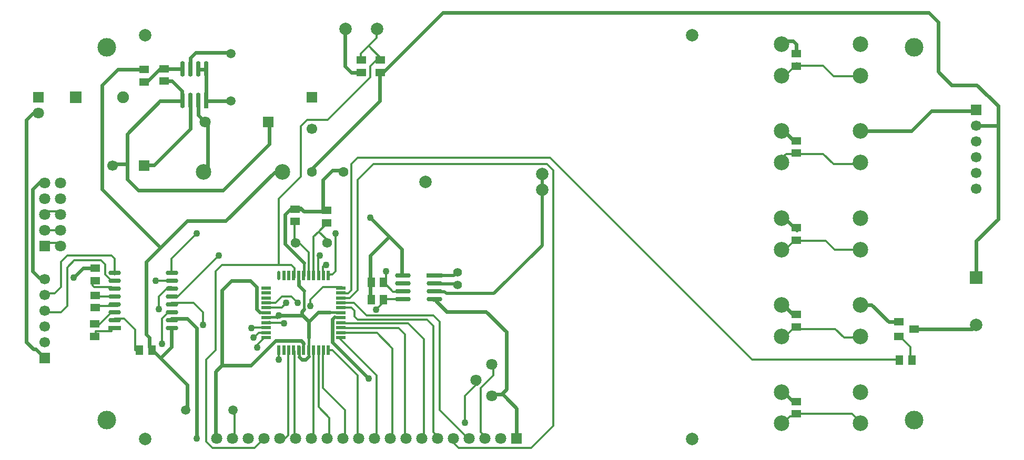
<source format=gbl>
%FSTAX23Y23*%
%MOIN*%
%SFA1B1*%

%IPPOS*%
%ADD10C,0.013701*%
%ADD11C,0.023583*%
%ADD12C,0.013780*%
%ADD13C,0.023622*%
%ADD14C,0.078740*%
%ADD15C,0.098425*%
%ADD16C,0.070866*%
%ADD17R,0.070866X0.070866*%
%ADD18C,0.118110*%
%ADD19R,0.066929X0.066929*%
%ADD20C,0.066929*%
%ADD21C,0.062992*%
%ADD22R,0.074803X0.074803*%
%ADD23C,0.074803*%
%ADD24R,0.066929X0.066929*%
%ADD25R,0.070866X0.070866*%
%ADD26R,0.078740X0.078740*%
%ADD27C,0.059055*%
%ADD28C,0.055118*%
%ADD29C,0.062008*%
%ADD30C,0.043307*%
%ADD31C,0.043307*%
%ADD32R,0.062992X0.051181*%
%ADD33R,0.051181X0.062992*%
%ADD34R,0.062992X0.047244*%
%ADD35O,0.029527X0.098425*%
%ADD36R,0.029527X0.098425*%
%ADD37O,0.098425X0.029527*%
%ADD38R,0.098425X0.029527*%
%ADD39R,0.019685X0.059055*%
%ADD40R,0.059055X0.019685*%
%ADD41O,0.019685X0.059055*%
%ADD42O,0.078740X0.029527*%
%ADD43R,0.078740X0.029527*%
%ADD44C,0.015000*%
%ADD45C,0.019685*%
%LNkradac270315-1*%
%LPD*%
G54D10*
X0437Y02244D02*
X04375D01*
Y02262*
X04269Y02183D02*
X04277D01*
X04364Y01141D02*
X0437D01*
X04364D02*
Y01142D01*
X04269Y01081D02*
X04277D01*
X04777D02*
D01*
Y01082*
X0437Y00039D02*
X04375D01*
Y00022D02*
Y00039D01*
X04329Y00022D02*
X04375D01*
X04289Y-00017D02*
X04329Y00022D01*
X04277Y-00017D02*
X04289D01*
X04277Y-00021D02*
Y-00017D01*
X01185Y00444D02*
D01*
Y00442D02*
Y00444D01*
Y00442D02*
X01185D01*
X01189Y00438*
Y-00118D02*
Y00438D01*
Y-00118D02*
X01198D01*
X01098D02*
Y-00117D01*
X01129*
X01149Y-00097*
Y00442*
X01153*
Y00444*
X01469Y00618D02*
X01484D01*
X01469Y00614D02*
Y00618D01*
Y00614D02*
X01909D01*
X02009Y00514*
Y-00118D02*
Y00514D01*
X01998Y-00118D02*
X02009D01*
X01469Y00586D02*
X01484D01*
X01469Y00582D02*
Y00586D01*
Y00582D02*
X01849D01*
X01889Y00542*
Y-00118D02*
Y00542D01*
Y-00118D02*
X01898D01*
X01405Y00442D02*
Y00444D01*
Y00442D02*
X01429D01*
X01589Y00282*
Y-00118D02*
Y00282D01*
Y-00118D02*
X01598D01*
X01374Y00442D02*
Y00444D01*
X01369Y00442D02*
X01374D01*
X01369Y00202D02*
Y00442D01*
Y00202D02*
X01509Y00062D01*
Y-00118D02*
Y00062D01*
X01498Y-00118D02*
X01509D01*
X01342Y00444D02*
D01*
X01342D01*
Y00082D02*
Y00444D01*
Y00082D02*
X01409Y00015D01*
Y-00118D02*
Y00015D01*
X01398Y-00118D02*
X01409D01*
X01311Y00462D02*
Y00444D01*
X01309Y00462D02*
X01311D01*
X01309Y-00097D02*
Y00462D01*
X01289Y-00117D02*
X01309Y-00097D01*
X01289Y-00118D02*
Y-00117D01*
Y-00118D02*
X01298D01*
X01469Y00712D02*
X01484D01*
X01469Y00712D02*
Y00712D01*
Y00712D02*
X01549D01*
X01569Y00692*
Y00658D02*
Y00692D01*
Y00658D02*
X01589Y00638D01*
X02029*
X02069Y00598*
Y-00077D02*
Y00598D01*
Y-00077D02*
X02109Y-00117D01*
Y-00118D02*
Y-00117D01*
X02098Y-00118D02*
X02109D01*
X01469Y00523D02*
X01484D01*
X01469Y00522D02*
Y00523D01*
Y00522D02*
X01709Y00282D01*
Y-00097D02*
Y00282D01*
X01689Y-00117D02*
X01709Y-00097D01*
X01689Y-00118D02*
Y-00117D01*
Y-00118D02*
X01698D01*
X02759Y01561D02*
D01*
X02769*
X00029Y00682D02*
X00051D01*
X00029Y00682D02*
Y00682D01*
X-0005Y00602D02*
X00029Y00682D01*
X-0007Y00602D02*
X-0005D01*
X-0007D02*
Y0061D01*
X-00078D02*
X-0007D01*
X00029Y00582D02*
X00051D01*
X00029Y00562D02*
Y00582D01*
X-0007Y00562D02*
X00029D01*
X-0007Y00531D02*
Y00562D01*
X-00078Y00531D02*
X-0007D01*
X00413Y00682D02*
D01*
Y00682D02*
Y00682D01*
X00389Y00682D02*
X00413D01*
X00349Y00642D02*
X00389Y00682D01*
X00349Y00482D02*
Y00642D01*
X008Y00062D02*
D01*
X00789D02*
X008D01*
X00789D02*
Y00082D01*
X00799*
X00809Y00072*
Y-00118D02*
Y00072D01*
X00798Y-00118D02*
X00809D01*
X00236Y02145D02*
X00242D01*
Y02142D02*
Y02145D01*
X00479Y02222D02*
Y02227D01*
X05102Y00381D02*
Y00382D01*
X00629Y02222D02*
Y02227D01*
X00787Y02022D02*
D01*
Y02022D02*
Y02022D01*
X00579Y02222D02*
Y02227D01*
X00609Y01562D02*
X00614D01*
X00787Y02322D02*
X00789Y02322D01*
X00529Y02262D02*
D01*
X02224Y00937D02*
D01*
Y00942D01*
X02069Y00917D02*
X02078D01*
X00051Y00732D02*
X00069D01*
Y00722D02*
Y00732D01*
X-0007Y00722D02*
X00069D01*
X-0009Y00702D02*
Y00712D01*
X00051Y00782D02*
X00069D01*
Y00782D02*
Y00782D01*
X-0009Y00782D02*
X00069D01*
X-0009D02*
Y00791D01*
X-00074*
X00409Y00732D02*
X00413D01*
X00409D02*
Y00742D01*
X00549*
X00609Y00682*
Y00602D02*
Y00682D01*
X02224Y00858D02*
D01*
Y00842D02*
X02224D01*
X02229Y00847*
Y00852*
X02069Y00862D02*
Y00867D01*
X02078*
X-00293Y01202D02*
D01*
Y01202D02*
Y01202D01*
X-0039Y01202D02*
X-00293D01*
X-0039D02*
Y01202D01*
X-00393D02*
X-0039D01*
X01869Y00817D02*
X01878D01*
X01011Y00712D02*
D01*
Y00713*
X01109*
X01138Y00742*
X01769Y00882D02*
Y00942D01*
X01878Y00767D02*
X01889D01*
Y00762D02*
Y00767D01*
X-00293Y01102D02*
Y01102D01*
Y01102D02*
X-0029D01*
X-0031Y01122D02*
X-0029Y01102D01*
X-00393Y01122D02*
X-0031D01*
X-00393Y01102D02*
Y01122D01*
X-00293Y01302D02*
Y01322D01*
X-0039D02*
X-00293D01*
X-0039Y01302D02*
Y01322D01*
X-00393Y01302D02*
X-0039D01*
X00309Y00882D02*
X00409D01*
Y00882*
X00413*
X01169Y00782D02*
X01209Y00742D01*
X01109Y00782D02*
X01169D01*
X01069Y00742D02*
X01109Y00782D01*
X01009Y00742D02*
X01069D01*
X01009D02*
Y00744D01*
X01011*
X0244Y00354D02*
X02449D01*
Y00282D02*
Y00354D01*
X02369Y00202D02*
X02449Y00282D01*
X02369Y-00077D02*
Y00202D01*
Y-00077D02*
X02409Y-00117D01*
Y-00118D02*
Y-00117D01*
X02398Y-00118D02*
X02409D01*
X01389Y01251D02*
X01393D01*
X01389Y01242D02*
Y01251D01*
X01309Y00902D02*
Y01162D01*
Y00902D02*
X01311D01*
Y00917*
X01396Y01142D02*
D01*
Y01125D02*
Y01142D01*
X01196Y01125D02*
Y01132D01*
X01279Y00902D02*
Y01062D01*
X01279Y00902D02*
X01279D01*
X01279D02*
Y00917D01*
X01189Y01259D02*
X01192D01*
X01189Y01152D02*
Y01259D01*
X02269Y-00017D02*
Y00152D01*
X02339Y00222*
X02349*
Y00254*
X0234D02*
X02349D01*
X01484Y00838D02*
X01489D01*
Y00842*
X01369D02*
X01489D01*
X01289Y00762D02*
X01369Y00842D01*
X01289Y00722D02*
Y00762D01*
X01374Y00902D02*
Y00917D01*
X01369Y00902D02*
X01374D01*
X01369D02*
Y00972D01*
X01379Y00982*
X01389*
X00409Y00832D02*
X00413D01*
X00409D02*
Y00842D01*
X00389D02*
X00409D01*
X00329Y00782D02*
X00389Y00842D01*
X00329Y00702D02*
Y00782D01*
X00409Y00932D02*
X00413D01*
X00409D02*
Y01022D01*
X00569Y01182*
X01449Y00942D02*
Y01182D01*
X01429Y00922D02*
X01449Y00942D01*
X01409Y00922D02*
X01429D01*
X01409Y00917D02*
Y00922D01*
X01405Y00917D02*
X01409D01*
X00409Y00782D02*
X00449D01*
X00409D02*
Y00782D01*
X00413*
X01342Y00922D02*
Y00917D01*
X01339Y00922D02*
X01342D01*
X01339D02*
Y01042D01*
X01349*
X02198Y-00118D02*
Y-00117D01*
X02189D02*
X02198D01*
X02189Y-00137D02*
Y-00117D01*
Y-00137D02*
X02229Y-00177D01*
X02689*
X02829Y-00037*
Y01582*
X02789Y01622D02*
X02829Y01582D01*
X01689Y01622D02*
X02789D01*
X01589Y01522D02*
X01689Y01622D01*
X01589Y00822D02*
Y01522D01*
X01539Y00772D02*
X01589Y00822D01*
X01489Y00772D02*
X01539D01*
X01489D02*
Y00775D01*
X01484D02*
X01489D01*
X01709Y0248D02*
X01714D01*
X01709Y02422D02*
Y0248D01*
X01749Y02282D02*
Y02283D01*
X01609D02*
Y02322D01*
Y02283D02*
X01614D01*
X01185Y00902D02*
Y00917D01*
Y00902D02*
X01189D01*
Y00962*
X01169Y00982D02*
X01189Y00962D01*
X01089Y01402D02*
X01229Y01542D01*
Y01862*
X01269Y01902*
X01399*
X01669Y02172*
Y02242*
X01709Y02282*
X01749*
X00998Y-00118D02*
D01*
Y-00117D01*
X00997D02*
X00998D01*
X00937Y-00177D02*
X00997Y-00117D01*
X00669Y-00177D02*
X00937D01*
X00629Y-00137D02*
X00669Y-00177D01*
X00629Y-00137D02*
Y00382D01*
X00689Y00442*
Y00942*
X00729Y00982*
X-00393Y00793D02*
Y00802D01*
X-0033*
X-0029Y00842*
Y01002*
X-0025Y01042*
X00029*
X00049Y01022*
Y00922D02*
Y01022D01*
Y00922D02*
X00051D01*
Y00932*
X00029Y00832D02*
X00051D01*
X00029D02*
Y00842D01*
X-0008D02*
X00029D01*
X-0009Y00852D02*
X-0008Y00842D01*
X-0009Y00852D02*
Y00885D01*
X-00074*
X05511Y00605D02*
D01*
Y00622D02*
X05511D01*
X05515Y00618*
X00029Y00882D02*
X00051D01*
X00029Y00882D02*
Y00882D01*
X-0001Y00922D02*
X00029Y00882D01*
X-0001Y00922D02*
Y00987D01*
X-00035Y01012D02*
X-0001Y00987D01*
X-00205Y01012D02*
X-00035D01*
X-0025Y00967D02*
X-00205Y01012D01*
X-0025Y00722D02*
Y00967D01*
X-0029Y00682D02*
X-0025Y00722D01*
X-00393Y00682D02*
X-0029D01*
X-00393D02*
Y00693D01*
X00208Y00442D02*
Y00444D01*
X00179Y00442D02*
X00208D01*
X00109Y00642D02*
X00179Y00572D01*
X00049Y00642D02*
X00109D01*
X00049Y00632D02*
Y00642D01*
Y00632D02*
X00051D01*
X02069Y00817D02*
X02078D01*
X02069D02*
Y00822D01*
X02298Y-00118D02*
Y-00117D01*
X02289D02*
X02298D01*
X02109Y00062D02*
X02289Y-00117D01*
X02109Y00062D02*
Y00622D01*
X02069Y00662D02*
X02109Y00622D01*
X01646Y00662D02*
X02069D01*
X01566Y00742D02*
X01646Y00662D01*
X01469Y00742D02*
X01566D01*
X01469D02*
Y00744D01*
X01484*
X01469Y00555D02*
X01484D01*
X01469Y00552D02*
Y00555D01*
Y00552D02*
X01712D01*
X01809Y00455*
Y-00118D02*
Y00455D01*
X01798Y-00118D02*
X01809D01*
X05023Y00382D02*
Y00381D01*
X04089Y00382D02*
X05023D01*
X02809Y01662D02*
X04089Y00382D01*
X01589Y01662D02*
X02809D01*
X01549Y01622D02*
X01589Y01662D01*
X01549Y00822D02*
Y01622D01*
X01529Y00802D02*
X01549Y00822D01*
X01469Y00802D02*
X01529D01*
X01469D02*
Y00807D01*
X01484*
X0109Y00444D02*
D01*
X01089D02*
X0109D01*
X01089Y00382D02*
Y00444D01*
X01009Y00523D02*
X01011D01*
X04777Y00529D02*
D01*
Y00522D02*
Y00529D01*
X04289D02*
Y00542D01*
X04277Y00529D02*
X04289D01*
X04777Y01632D02*
D01*
X01009Y00586D02*
X01011D01*
Y00618D02*
X0103D01*
Y00622*
X01343Y01195D02*
X01396Y01142D01*
X01309Y01162D02*
X01343Y01195D01*
X01389Y01242*
X01209Y01132D02*
X01279Y01062D01*
X01189Y01152D02*
X01209Y01132D01*
X01196D02*
X01209D01*
X01708Y00701D02*
X01755Y00748D01*
X00729Y00982D02*
X01089D01*
X01169*
X01089D02*
Y01402D01*
X01609Y02322D02*
X01659Y02372D01*
X01709Y02422*
X01732Y02283D02*
X01748D01*
X01749*
X01748D02*
X01749Y02282D01*
X01659Y02372D02*
X01748Y02283D01*
X-0009Y00702D02*
X-00079Y00712D01*
X-0007Y00722*
X-0009Y00712D02*
X-00079D01*
X-00074*
X05499Y00602D02*
X05511Y00614D01*
X05515Y00618*
X05511Y00605D02*
Y00614D01*
Y00622*
X00179Y00442D02*
Y00444D01*
Y00572*
X04269Y01081D02*
Y01082D01*
X00449Y00782D02*
X00709Y01042D01*
X00236Y01614D02*
X0024D01*
X02069Y00822D02*
X02082D01*
X02224Y00842D02*
Y00858D01*
X02219Y00862D02*
X02229Y00852D01*
X02216Y00942D02*
X02224D01*
X01755Y0087D02*
Y00874D01*
X01869Y00814D02*
Y00817D01*
X01755Y00748D02*
X01762Y00755D01*
X01878Y00762D02*
X01889D01*
X01755Y00748D02*
Y00763D01*
X00628Y02222D02*
X00629D01*
X00242Y02142D02*
X00252D01*
X00629Y0222D02*
Y02222D01*
X00529Y02027D02*
Y02042D01*
X00623Y01889D02*
Y01892D01*
X00614Y01562D02*
Y01574D01*
X01009Y00582D02*
Y00586D01*
Y00522D02*
Y00523D01*
X04269Y01082D02*
X04283D01*
X05019Y00531D02*
X05027D01*
X05094Y00382D02*
X05102D01*
G54D11*
X01249Y01322D02*
X01369D01*
X01249D02*
Y01322D01*
X01233Y01338D02*
X01249Y01322D01*
X01514Y0248D02*
Y02482D01*
X01509D02*
X01514D01*
X01509Y02242D02*
Y02482D01*
Y02242D02*
X01549Y02202D01*
X01609*
Y02204*
X01614*
X00409Y00632D02*
X00413D01*
X00409D02*
Y00642D01*
X00509*
X00569Y00582*
Y-00117D02*
Y00582D01*
X00479Y02022D02*
Y02027D01*
X00362Y02149D02*
X00369D01*
X04777Y00178D02*
D01*
X04789*
Y00179*
X04786Y00182D02*
X04789Y00179D01*
X04767Y01842D02*
X04777Y01832D01*
X04369Y02322D02*
X0437D01*
X04369D02*
Y02382D01*
X04349Y02402D02*
X04369Y02382D01*
X04269Y02402D02*
X04349D01*
X04269Y02383D02*
Y02402D01*
Y02383D02*
X04277D01*
X01248Y00482D02*
Y00487D01*
X01233Y00502D02*
X01248Y00487D01*
X01069Y00502D02*
X01233D01*
X01023Y01889D02*
D01*
X01029D01*
X01669Y00762D02*
X01677D01*
Y00763*
X01869Y00917D02*
Y01082D01*
Y00917D02*
X01878D01*
X01299Y01574D02*
D01*
X01289D02*
X01299D01*
X01289D02*
Y01582D01*
X01729Y02022*
Y02204D02*
X01732D01*
X05511Y01862D02*
Y01868D01*
X05509Y00902D02*
X05511D01*
Y00905*
X01749Y02202D02*
X02129Y02582D01*
X05209*
X05269Y02522*
X01216Y00852D02*
Y00882D01*
Y00852D02*
X01249Y00819D01*
X01079Y00652D02*
X01089Y00662D01*
X00236Y02224D02*
X00242D01*
Y02222D02*
Y02224D01*
X00069Y02222D02*
X00242D01*
X-0003Y02122D02*
X00069Y02222D01*
X-0003Y01462D02*
Y02122D01*
X00249Y00542D02*
Y01002D01*
Y00542D02*
X00269Y00522D01*
Y00462D02*
Y00522D01*
Y00462D02*
X00287D01*
Y00444D02*
Y00462D01*
X01114Y01574D02*
Y01582D01*
X01219Y00401D02*
X01238Y00382D01*
X01259*
X01279Y00402*
X00509Y00062D02*
Y00222D01*
X005Y00062D02*
X00509D01*
X005D02*
Y00062D01*
X00409Y00462D02*
Y00582D01*
X00413*
X-0045Y0045D02*
X-00393Y00393D01*
X-0045Y00449D02*
Y0045D01*
X-00464Y00449D02*
X-0045D01*
X-0051Y00495D02*
X-00464Y00449D01*
X-0051Y00495D02*
Y01902D01*
X-0047Y01942*
X-00433*
Y01947*
X0437Y01771D02*
X04375D01*
Y01762D02*
Y01771D01*
X04269Y01824D02*
X04287Y01842D01*
X05019Y00622D02*
X05029D01*
X04777Y01281D02*
Y01282D01*
Y01281D02*
D01*
X0437Y0122D02*
X04375D01*
Y01202D02*
Y0122D01*
X04375Y01202D02*
X04375D01*
X04369Y00669D02*
X0437D01*
X0435Y00118D02*
X0437D01*
X-00393Y00893D02*
Y00902D01*
X-0043D02*
X-00393D01*
X-0047Y00942D02*
X-0043Y00902D01*
X-0047Y00942D02*
Y01462D01*
X-0041Y01522*
X-0039*
Y01502D02*
Y01522D01*
X-00393Y01502D02*
X-0039D01*
X-0021Y00902D02*
X-0015Y00962D01*
X-0007*
Y00964*
X-00074D02*
X-0007D01*
X01369Y01522D02*
X01429Y01582D01*
X01499*
Y01574D02*
Y01582D01*
X01129Y01118D02*
X01249Y00998D01*
X01129Y01118D02*
Y01302D01*
X01169Y01342*
X01229*
X01429Y00639D02*
X01442Y00652D01*
X01429Y00492D02*
Y00639D01*
Y00492D02*
X01659Y00262D01*
X0244Y00154D02*
Y00162D01*
X02509*
X02589Y-00118D02*
X02598D01*
X02069Y00767D02*
X02078D01*
X00029Y01614D02*
X00036D01*
X00949Y00702D02*
X00969Y00682D01*
X00949Y00702D02*
Y00842D01*
X00909Y00882D02*
X00949Y00842D01*
X00789Y00882D02*
X00909D01*
X00729Y00822D02*
X00789Y00882D01*
X00339Y00392D02*
X00409Y00462D01*
X00339Y00392D02*
X00509Y00222D01*
X00269Y00462D02*
X00339Y00392D01*
X01669Y00881D02*
X01677Y00874D01*
X01669Y00762D02*
Y00874D01*
Y00881*
Y01042*
X01789Y01162*
X01729Y02022D02*
Y02202D01*
Y02204*
Y02202D02*
X01749D01*
X01233Y01338D02*
X01249Y01322D01*
X01229Y01342D02*
X01233Y01338D01*
X01192D02*
X01233D01*
X01233*
X01369Y0133D02*
X01393D01*
X01369Y01322D02*
Y0133D01*
Y01522*
X04269Y00722D02*
X04277Y00729D01*
X04268Y01282D02*
X04269Y01281D01*
X01013Y00446D02*
X01069Y00502D01*
X00729Y00346D02*
Y00822D01*
X02069Y00762D02*
Y00767D01*
Y00762D02*
X02082D01*
X00249Y01002D02*
X0031Y01062D01*
X-0003Y01462D02*
X00339Y01092D01*
X00476Y02022D02*
X00479D01*
X01669Y01282D02*
X01869Y01082D01*
X04343Y00125D02*
X0435Y00118D01*
X04349Y01228D02*
X04375Y01202D01*
X05269Y02279D02*
Y02522D01*
X02509Y00162D02*
X02532Y0014D01*
X02509Y00162D02*
Y00171D01*
X02589Y-00118D02*
Y-00106D01*
G54D12*
X01869Y00817D02*
X01878D01*
X01759Y0087D02*
X01814Y00814D01*
X01869*
X01775Y00767D02*
X01878D01*
X01762Y00755D02*
X01775Y00767D01*
X0024Y01614D02*
X00244Y01618D01*
X00529Y02035D02*
X00535Y02029D01*
X00917Y00582D02*
X00921Y00586D01*
X01011*
X00929Y00519D02*
X00964Y00555D01*
X00952Y00476D02*
X01Y00523D01*
X00952Y0046D02*
Y00476D01*
X01Y00523D02*
X01011D01*
Y00618D02*
X01122D01*
X01125Y00614*
X00964Y00555D02*
X01011D01*
X04271Y00515D02*
X04283D01*
X04346Y00578*
X04673Y00522D02*
X04771D01*
X04616Y00578D02*
X04673Y00522D01*
X04346Y00578D02*
X04616D01*
X04375Y00039D02*
X04724D01*
X04787Y-00023*
X04283Y01082D02*
X04302D01*
X04358Y01137*
X04558*
X04615Y01081D02*
X04777D01*
X04558Y01137D02*
X04615Y01081D01*
X04267Y01625D02*
Y01649D01*
X04307Y01688*
X04606Y01622D02*
X04767D01*
X04307Y01688D02*
X04539D01*
X04606Y01622*
X04767D02*
X04777Y01632D01*
X04275Y02188D02*
X04303D01*
X04362Y02248*
X04539*
X04606Y02181*
X04791*
X05094Y00382D02*
Y00464D01*
X05023Y00535D02*
X05094Y00464D01*
G54D13*
X00689Y00308D02*
X00728Y00346D01*
X00914D02*
X01013Y00446D01*
X00689Y-00118D02*
Y00308D01*
X00728Y00346D02*
X00914D01*
X00413Y02149D02*
X00476Y02086D01*
X00362Y02149D02*
X00413D01*
X02082Y00759D02*
X02153Y00688D01*
X02405*
X02535Y00196D02*
Y00559D01*
X02082Y00759D02*
Y00762D01*
X02405Y00688D02*
X02535Y00559D01*
X00562Y0233D02*
X00791D01*
X00529Y02297D02*
X00562Y0233D01*
X00529Y02227D02*
Y02297D01*
X00586Y02222D02*
X00628D01*
X00248Y02142D02*
X00252D01*
X00337Y02227*
X00479*
X00628Y02222D02*
X00629Y0222D01*
Y02029D02*
X00637Y02022D01*
X00629Y02029D02*
Y02062D01*
Y02082D02*
Y02216D01*
X00637Y02022D02*
X00787D01*
X00299Y01618D02*
X00529Y01848D01*
X00236Y01618D02*
X00299D01*
X00529Y01848D02*
Y02027D01*
X00579Y01935D02*
Y02027D01*
Y01935D02*
X00629Y01885D01*
X00641Y01594D02*
Y01897D01*
X00614Y01566D02*
X00641Y01594D01*
X01062Y0157D02*
X01118D01*
X00755Y01263D02*
X01062Y0157D01*
X00511Y01263D02*
X00755D01*
X0031Y01062D02*
X00511Y01263D01*
X00337Y02022D02*
X00476D01*
X00129Y01527D02*
X002Y01456D01*
X00736*
X01029Y0175*
X00039Y01622D02*
X00129D01*
X00476Y02022D02*
Y02086D01*
X00129Y01527D02*
Y01814D01*
X00337Y02022*
X01029Y0175D02*
Y01889D01*
X01339Y00682D02*
X01413D01*
X01279Y00622D02*
X01339Y00682D01*
X01279Y00523D02*
Y00622D01*
X01243Y00662D02*
X01275Y00629D01*
X01236Y00688D02*
X01249Y00702D01*
X01089Y00662D02*
X01243D01*
X01236D02*
Y00688D01*
X04287Y00181D02*
X0435Y00118D01*
X04358*
X04295Y00724D02*
X0435Y00669D01*
X0437*
X04354Y01224D02*
X04366D01*
X04287Y01291D02*
X04354Y01224D01*
X04279Y01291D02*
X04287D01*
X04362Y01763D02*
X0437D01*
X04295Y0183D02*
X04362Y01763D01*
X04287Y0183D02*
X04295D01*
X04956Y00622D02*
X05019D01*
X04848Y00729D02*
X04956Y00622D01*
X04777Y00729D02*
X04848D01*
X05503Y00598D02*
X05507D01*
X05484Y00578D02*
X05503Y00598D01*
X0511Y00578D02*
X05484D01*
X05511Y00905D02*
Y01137D01*
X05649Y01275*
X05515Y02125D02*
X05649Y01992D01*
X05354Y02125D02*
X05515D01*
X05269Y0221D02*
Y02279D01*
Y0221D02*
X05354Y02125D01*
X05511Y01868D02*
X05648D01*
X05649Y0187*
Y01275D02*
Y01992D01*
X05228Y0196D02*
X05507D01*
X051Y01832D02*
X05228Y0196D01*
X04777Y01832D02*
X051D01*
X02598Y-00106D02*
Y00073D01*
X02503Y00165D02*
X02535Y00196D01*
X02532Y0014D02*
X02598Y00073D01*
G54D14*
X00245Y-00119D03*
X0371D03*
X00245Y02439D03*
X0371D03*
X02759Y01461D03*
Y01561D03*
X02019Y01511D03*
X05511Y00605D03*
X01714Y0248D03*
X01514D03*
G54D15*
X04277Y01632D03*
X04777D03*
X04277Y01081D03*
X04777D03*
X04277Y00529D03*
X04777D03*
X04277Y-00021D03*
X04777D03*
X04277Y01832D03*
X04777D03*
X04277Y01281D03*
X04777D03*
X04277Y00729D03*
X04777D03*
X04277Y00178D03*
X04777D03*
X01114Y01574D03*
X00614D03*
X04777Y02383D03*
X04277D03*
X04777Y02183D03*
X04277D03*
G54D16*
X01198Y-00118D03*
X01098D03*
X01998D03*
X01898D03*
X01798D03*
X01698D03*
X01598D03*
X01498D03*
X01398D03*
X01298D03*
X02298D03*
X02098D03*
X00698D03*
X00798D03*
X00998D03*
X02198D03*
X02498D03*
X00898D03*
X02398D03*
X0244Y00354D03*
X0234Y00254D03*
X0244Y00154D03*
X00623Y01889D03*
X-00433Y01947D03*
X-00293Y01302D03*
X-00393D03*
X-00293Y01102D03*
Y01402D03*
X-00393D03*
X-00293Y01202D03*
X-00393D03*
Y01502D03*
X-00293D03*
G54D17*
X02598Y-00118D03*
X01023Y01889D03*
G54D18*
X0Y0D03*
Y02362D03*
X05118D03*
Y0D03*
G54D19*
X00236Y01614D03*
G54D20*
X00036Y01614D03*
X05511Y01868D03*
Y01768D03*
Y01668D03*
Y01568D03*
Y01468D03*
X-00393Y00593D03*
Y00793D03*
Y00693D03*
Y00493D03*
Y00893D03*
X01299Y01847D03*
G54D21*
X01299Y01574D03*
X01499D03*
G54D22*
X-00196Y02047D03*
G54D23*
X00103Y02047D03*
G54D24*
X05511Y01968D03*
X-00393Y00393D03*
X01299Y02047D03*
G54D25*
X-00433Y02047D03*
X-00393Y01102D03*
G54D26*
X05511Y00905D03*
G54D27*
X00787Y02322D03*
Y02022D03*
X005Y00062D03*
X008D03*
G54D28*
X02224Y00858D03*
Y00937D03*
G54D29*
X01396Y01125D03*
X01196D03*
G54D30*
X00569Y-00117D03*
X00349Y00482D03*
X00609Y00602D03*
X01138Y00742D03*
X01769Y00942D03*
X00309Y00882D03*
X01708Y00701D03*
X01209Y00742D03*
X01669Y01282D03*
X02269Y-00017D03*
X01089Y00662D03*
X01289Y00722D03*
X01389Y00982D03*
X00329Y00702D03*
X01449Y01182D03*
X01349Y01042D03*
X-0021Y00902D03*
X01659Y00262D03*
X01089Y00382D03*
G54D31*
X00569Y01182D03*
X00709Y01042D03*
X00917Y00582D03*
X00929Y00523D03*
X00952Y0046D03*
X01125Y00614D03*
G54D32*
X0437Y02322D03*
Y02244D03*
Y01771D03*
Y01692D03*
Y0122D03*
Y01141D03*
Y00669D03*
Y0059D03*
Y00118D03*
Y00039D03*
X01614Y02283D03*
Y02204D03*
X-00078Y00531D03*
Y0061D03*
X-00074Y00885D03*
Y00964D03*
Y00791D03*
Y00712D03*
X01192Y01259D03*
Y01338D03*
X01393Y01251D03*
Y0133D03*
X01732Y02204D03*
Y02283D03*
X00236Y02224D03*
Y02145D03*
X00362Y02228D03*
Y02149D03*
G54D33*
X00287Y00444D03*
X00208D03*
X01677Y00874D03*
X01755D03*
X01677Y00763D03*
X01755D03*
X05102Y00381D03*
X05023D03*
G54D34*
X05019Y00531D03*
X05118Y00576D03*
X05019Y00622D03*
G54D35*
X00529Y02227D03*
X00579Y02027D03*
X00629Y02227D03*
X00579D03*
X00479D03*
X00529Y02027D03*
X00479D03*
G54D36*
X00629Y02027D03*
G54D37*
X01878Y00917D03*
Y00767D03*
Y00817D03*
X02078Y00867D03*
Y00817D03*
Y00767D03*
X01878Y00867D03*
G54D38*
X02078Y00917D03*
G54D39*
X01311Y00917D03*
X01279D03*
X01216D03*
Y00444D03*
X01279D03*
X01374Y00917D03*
X01153D03*
X01405D03*
X01342D03*
X01185D03*
X01122D03*
X01248D03*
Y00444D03*
X01311D03*
X01342D03*
X01374D03*
X01405D03*
X01153D03*
X01185D03*
X0109D03*
X01122D03*
G54D40*
X01011Y00649D03*
X01484Y00681D03*
Y00838D03*
X01011Y00744D03*
Y00712D03*
X01484Y00775D03*
X01011Y00681D03*
X01484Y00649D03*
Y00712D03*
Y00744D03*
Y00523D03*
Y00555D03*
Y00586D03*
Y00618D03*
Y00807D03*
X01011Y00523D03*
Y00555D03*
Y00586D03*
Y00618D03*
Y00775D03*
Y00807D03*
Y00838D03*
G54D41*
X0109Y00917D03*
G54D42*
X00413Y00582D03*
Y00882D03*
Y00832D03*
Y00932D03*
Y00782D03*
Y00732D03*
X00051Y00932D03*
Y00832D03*
Y00782D03*
Y00732D03*
Y00882D03*
X00413Y00682D03*
X00051Y00632D03*
Y00682D03*
X00413Y00632D03*
G54D43*
X00051Y00582D03*
G54D44*
X01248Y00464D02*
Y00444D01*
Y00464D02*
X01248D01*
Y00482*
X01469Y00681D02*
X01484D01*
X01469D02*
Y00682D01*
X01279Y00442D02*
Y00444D01*
X01216Y00902D02*
Y00917D01*
Y00902D02*
X01216D01*
Y00882D02*
Y00902D01*
X01249Y00702D02*
Y00819D01*
X01009Y00652D02*
X01079D01*
X01009Y00649D02*
Y00652D01*
Y00649D02*
X01011D01*
X01216Y00444D02*
Y00463D01*
X01219*
Y00401D02*
Y00463D01*
X01248Y00917D02*
X01249D01*
Y00998*
X01469Y00649D02*
X01484D01*
X01469D02*
Y00652D01*
X01442D02*
X01469D01*
X01011Y00681D02*
D01*
Y00682*
X00969D02*
X01011D01*
X01279Y00442D02*
X01279D01*
X0128*
X01279Y00441D02*
X0128Y00442D01*
X01279Y00402D02*
Y00441D01*
Y00442*
Y00444*
Y00523*
X01413Y00682D02*
X01469D01*
X01236Y00665D02*
X01239Y00662D01*
G54D45*
X02455Y00802D02*
X02759Y01106D01*
X02141Y00814D02*
X02154Y00802D01*
X02455*
X02082Y00814D02*
X02141D01*
X02759Y01106D02*
Y01561D01*
X02078Y00862D02*
X02219D01*
X02223Y00858*
X02078Y00917D02*
X022D01*
X02216Y00933*
M02*
</source>
